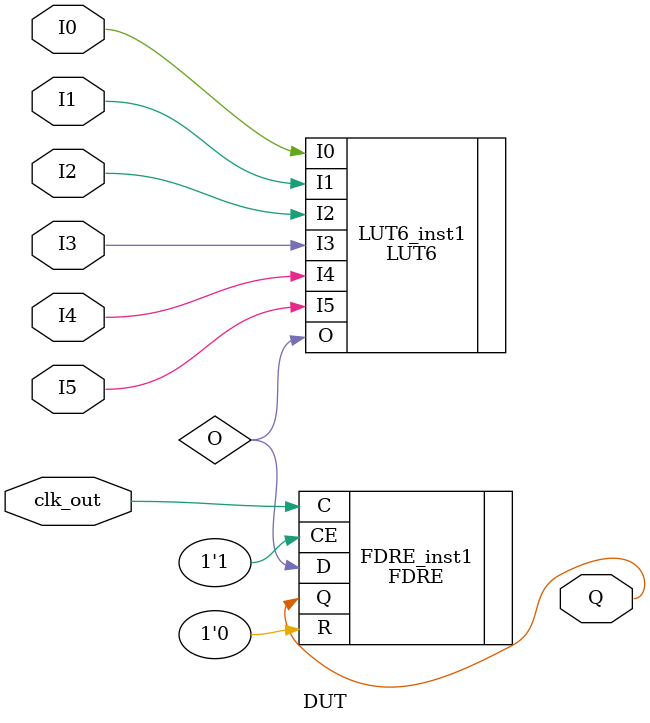
<source format=v>
`timescale 1ns / 1ps


module DUT( input I0, input I1, input I2, input I3, input I4, input I5, input clk_out, output Q

    );
    
    wire O;
    
 LUT6 #(
                           .INIT(64'h8000000000000000)  // Specify LUT Contents
                ) LUT6_inst1 (
                                           .O(O),   // LUT general output
                                           .I0(I0), // LUT input
                                           .I1(I1), // LUT input
                                           .I2(I2), // LUT input
                                           .I3(I3), // LUT input
                                           .I4(I4), // LUT input
                                           .I5(I5)  // LUT input
                                  );
   
   FDRE #(
               .INIT(1'b0) // Initial value of register (1'b0 or 1'b1)
              ) FDRE_inst1 (
                           .Q(Q),      // 1-bit Data output
                           .C(clk_out),      // 1-bit Clock input
                           .CE(1'd1),    // 1-bit Clock enable input
                           .R(1'd0),      // 1-bit Synchronous reset input
                           .D(O)       // 1-bit Data input
                 );
endmodule

</source>
